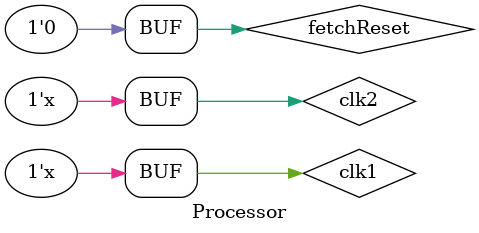
<source format=v>
`include "Buffer.v"
`include "Fetch.v"
`include "FD_Buffer.v"
`include "Decode.v"
`include "DE_Buffer.v"
`include "Execute.v"
`include "EM_Buffer.v"
`include "MemoryStage.v"
`include "MW_Buffer.v"
`include "WriteBack.v"



module Processor();

    // clk1 --> PC, Register file, Memory
    // clk2 --> buffers
    reg clk1, clk2;

/*-------------------------------------------------------------------------------------------------------------------------*/
    // reset PC value to zero
    reg fetchReset;

    //instruction to be executed
    wire [15:0] fetchedInstOut;

    Fetch FetchModule(.branch(1'b0),.branchAdd({16{1'b0}}),.reset(fetchReset),.clk(clk1),.instruction(fetchedInstOut));
/*-------------------------------------------------------------------------------------------------------------------------*/
    //instruction in fetch/decode buffer
    wire [15:0] FDBufferInstOut; 

    FD_Buffer FD_BufferModule(.instruction_in(fetchedInstOut),.clk(clk2),.instruction_out(FDBufferInstOut));
 /*-------------------------------------------------------------------------------------------------------------------------*/
    //control signal generated from decode stage
    wire [10:0] controlSignalDecodeOut;

    //output data from register file
    wire [15:0] readDataDecodeOut1, readDataDecodeOut2;

    wire [5:0] decodeBufferOut;

    //Write back stage declarations
    wire regWriteBack;
    wire [15:0] writeDataWriteBackOut;
    wire [2:0] writeAddressWriteBackOut;

    Decode DecodeModule(.clk(clk1),
                        .instruction(FDBufferInstOut), 
                        .writeAddress(writeAddressWriteBackOut), 
                        .writeEnable(regWriteBack), 
                        .writeData(writeDataWriteBackOut), 
                        .controlSignal(controlSignalDecodeOut), 
                        .readData1(readDataDecodeOut1), 
                        .readData2(readDataDecodeOut2));
    
    //10 bits 0s - 3 bits write address - 3 bits function
    Buffer #(6) DecodeBufferModule(.clk(clk1),.in({FDBufferInstOut[9:7],FDBufferInstOut[2:0]}),.out(decodeBufferOut));
/*-------------------------------------------------------------------------------------------------------------------------*/
    wire [10:0] controlSignalDEOut;
    wire [15:0] readDataDEOut1, readDataDEOut2;
    wire [2:0] writeAddressDEOut, functionDEOut;

    DE_Buffer DE_BufferModule(.clk(clk2),
                            .controlSignals_in(controlSignalDecodeOut), 
                            .readData1_in(readDataDecodeOut1), 
                            .readData2_in(readDataDecodeOut2), 
                            .writeAdd_in(decodeBufferOut[5:3]), 
                            .function_in(decodeBufferOut[2:0]), 
                            .controlSignals_out(controlSignalDEOut), 
                            .readData1_out(readDataDEOut1), 
                            .readData2_out(readDataDEOut2), 
                            .writeAdd_out(writeAddressDEOut), 
                            .function_out(functionDEOut));
/*-------------------------------------------------------------------------------------------------------------------------*/
    wire [15:0] aluResultExecuteOut;
    wire [26:0] executeBufferOut;

    Execute ExecuteModule(.aluOp(controlSignalDEOut[0]),
                        .branch(controlSignalDEOut[5]),
                        .aluSrc(controlSignalDEOut[1]),
                        .clk(clk1),
                        .readData1(readDataDEOut1),
                        .readData2(readDataDEOut2),
                        .func(functionDEOut),
                        .aluResult(aluResultExecuteOut));

    //8 bits control signals[MEMW-MEMR-MTR-reg write-In-Out-Stack op-Push] - 16 bits read data 2 - 3 bits write address
    Buffer #(27) ExecuteBufferModule(.clk(clk1),
                                    .in({controlSignalDEOut[10:6],controlSignalDEOut[4:2],readDataDEOut2,writeAddressDEOut}),
                                    .out(executeBufferOut));
/*-------------------------------------------------------------------------------------------------------------------------*/
    wire [7:0] controlSignalEMOut;
    wire [15:0] aluResultEMOut, readDataEMOut2;
    wire [2:0] writeAddressEMOut;

    //[controlSignalEMOut] = [Push-StackOp-Out-In-RegWrite-MTR-MemR-MemW]
    EM_Buffer EM_BufferModule(.controlSignals_in(executeBufferOut[26:19]),
                            .ALUData_in(aluResultExecuteOut),
                            .ReadData2_in(executeBufferOut[18:3]),
                            .WriteAdd_in(executeBufferOut[2:0]),
                            .clk(clk2),
                            .controlSignals_out(controlSignalEMOut),
                            .ALUData_out(aluResultEMOut),
                            .ReadData2_out(readDataEMOut2),
                            .WriteAdd_out(writeAddressEMOut));
/*-------------------------------------------------------------------------------------------------------------------------*/
    wire [15:0] memoryDataOut;
    MemoryStage MemoryModule (.clk(clk1), 
                            .mem_read(controlSignalEMOut[1]), 
                            .mem_write(controlSignalEMOut[0]),
                            .read_add(aluResultEMOut),
                            .write_data(readDataEMOut2),
                            .alu_data(aluResultEMOut),
                            .mem_to_reg(controlSignalEMOut[2]),
                            .data_to_write(memoryDataOut));
/*-------------------------------------------------------------------------------------------------------------------------*/
    wire [5:0] memoryBufferOut;

    //[memoryBufferOut[5:3]] = [Out-In-RegWrite]
    Buffer #(6) MemoryBufferModule(.clk(clk1),
                                .in({controlSignalEMOut[5:3],writeAddressEMOut}),
                                .out(memoryBufferOut));    
/*-------------------------------------------------------------------------------------------------------------------------*/
    wire [2:0] controlSignalMWOut;
    wire [15:0] memoryDataMWOut;
    wire [2:0] writeAddressMWOut; 
    
    //[controlSignalMWOut] = [Out-In-RegWrite]
    MW_Buffer MW_BufferModule(.clk(clk2),
                            .controlSignals_in(memoryBufferOut[5:3]),
                            .alu_data_in(memoryDataOut),
                            .write_add_in(memoryBufferOut[2:0]),
                            .controlSignals_out(controlSignalMWOut),
                            .alu_data_out(memoryDataMWOut),
                            .write_add_out(writeAddressMWOut));
/*-------------------------------------------------------------------------------------------------------------------------*/
    //Write back declarations are in the decode stage

    WriteBack WriteBackModul(.controlSignalsIn(controlSignalMWOut), //[Out-In-RegWrite]
                            .writeDataIn(memoryDataMWOut), 
                            .writeAddressIn(writeAddressMWOut),
                            .regWrite(regWriteBack),
                            .writeDataOut(writeDataWriteBackOut),
                            .writeAddressOut(writeAddressWriteBackOut));
/*-------------------------------------------------------------------------------------------------------------------------*/
    initial begin
        clk1 = 1;
        clk2 = 0;
        fetchReset = 1;

        #2
        fetchReset = 1'b0; //begin 
    end

    always #(5) clk2 = ~clk2; //Buffers
    always @(clk2) begin
        #1 clk1 = ~clk1; //Stages
    end
endmodule
</source>
